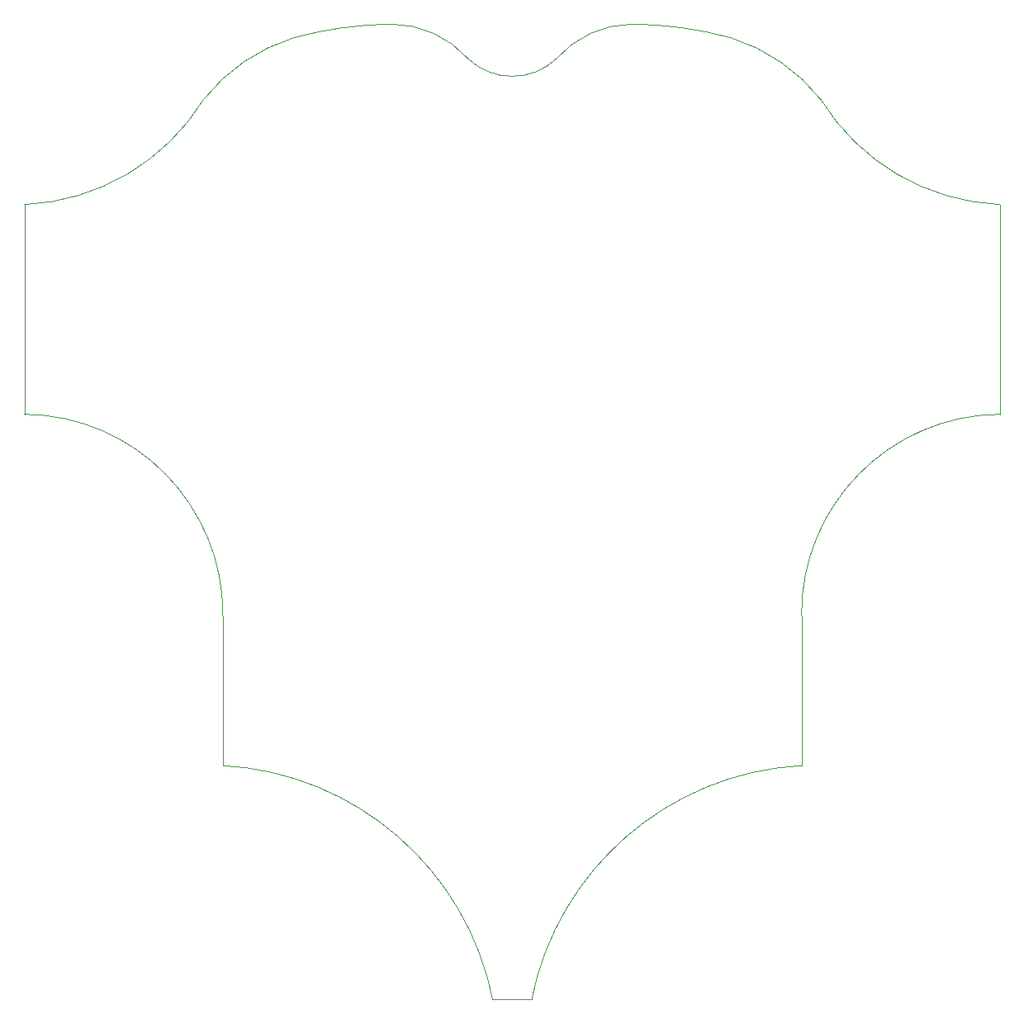
<source format=gbr>
G04 Layer_Color=0*
%FSLAX26Y26*%
%MOIN*%
%TF.FileFunction,Profile,NP*%
%TF.Part,Single*%
G01*
G75*
%TA.AperFunction,Profile*%
%ADD52C,0.001000*%
D52*
X-1167799Y-1024409D02*
Y-420276D01*
D02*
G03*
X-1968504Y393701I-807341J6636D01*
G01*
Y1240158D01*
D02*
G03*
X-1246215Y1663386I-39069J894625D01*
G01*
D02*
G02*
X-883603Y1913093I583222J-458787D01*
G01*
D02*
G02*
X-487224Y1968454I411880J-1502348D01*
G01*
Y1968453D01*
D02*
G02*
X-178150Y1828740I-469J-412761D01*
G01*
D02*
G03*
X0Y1757874I177525J186923D01*
G01*
D02*
G03*
X178150Y1828740I624J257789D01*
G01*
D02*
G02*
X487224Y1968453I309543J-273048D01*
G01*
Y1968454D01*
D02*
G02*
X883603Y1913093I-15501J-1557708D01*
G01*
D02*
G02*
X1246215Y1663386I-220610J-708495D01*
G01*
D02*
G03*
X1968504Y1240158I761358J471397D01*
G01*
Y393701D01*
D02*
G03*
X1167799Y-420276I6636J-807341D01*
G01*
Y-1024409D01*
D02*
G03*
X78740Y-1968504I64300J-1174362D01*
G01*
X-78740D01*
D02*
G03*
X-1167799Y-1024409I-1153359J-230267D01*
G01*
%TF.MD5,63fb6e6d79c50ce72cf53cfe437385ee*%
M02*

</source>
